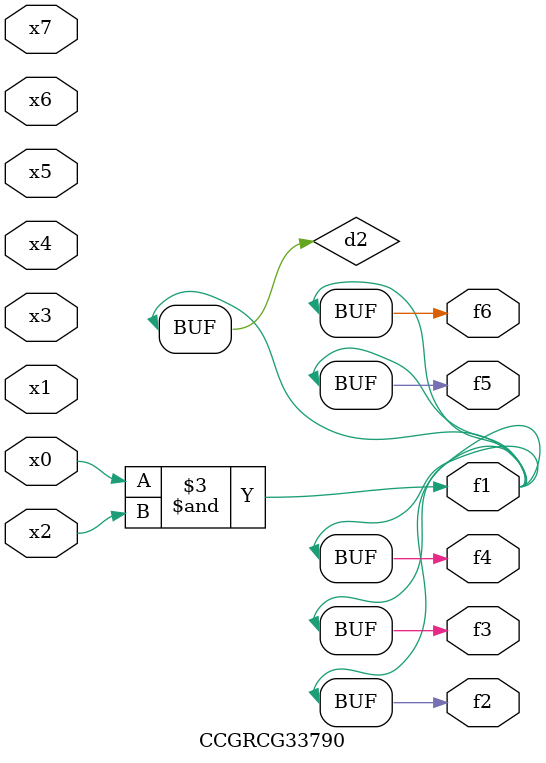
<source format=v>
module CCGRCG33790(
	input x0, x1, x2, x3, x4, x5, x6, x7,
	output f1, f2, f3, f4, f5, f6
);

	wire d1, d2;

	nor (d1, x3, x6);
	and (d2, x0, x2);
	assign f1 = d2;
	assign f2 = d2;
	assign f3 = d2;
	assign f4 = d2;
	assign f5 = d2;
	assign f6 = d2;
endmodule

</source>
